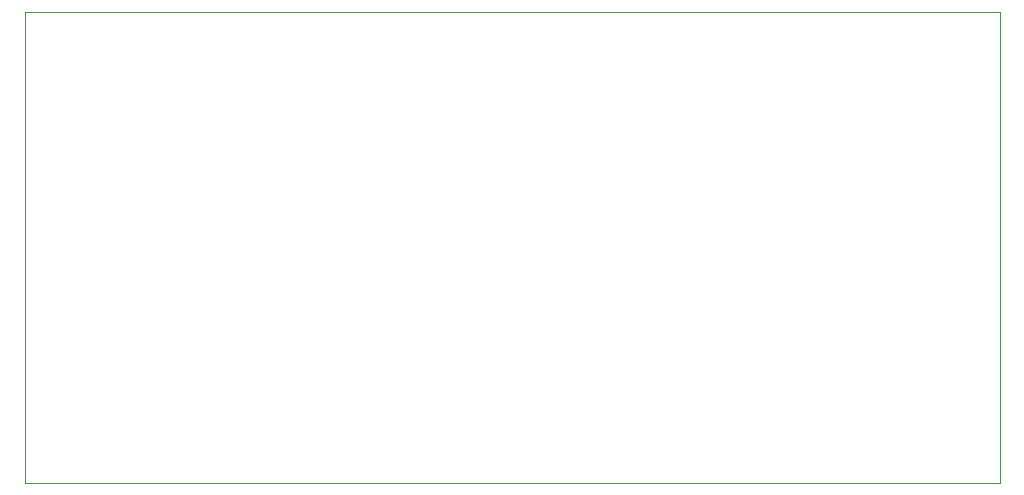
<source format=gbr>
%TF.GenerationSoftware,KiCad,Pcbnew,(5.1.8)-1*%
%TF.CreationDate,2021-03-07T23:02:04+01:00*%
%TF.ProjectId,Telemetry_receiver,54656c65-6d65-4747-9279-5f7265636569,rev?*%
%TF.SameCoordinates,Original*%
%TF.FileFunction,Profile,NP*%
%FSLAX46Y46*%
G04 Gerber Fmt 4.6, Leading zero omitted, Abs format (unit mm)*
G04 Created by KiCad (PCBNEW (5.1.8)-1) date 2021-03-07 23:02:04*
%MOMM*%
%LPD*%
G01*
G04 APERTURE LIST*
%TA.AperFunction,Profile*%
%ADD10C,0.050000*%
%TD*%
G04 APERTURE END LIST*
D10*
X125730000Y-124460000D02*
X125730000Y-84582000D01*
X208280000Y-124460000D02*
X125730000Y-124460000D01*
X208280000Y-84582000D02*
X208280000Y-124460000D01*
X125730000Y-84582000D02*
X208280000Y-84582000D01*
M02*

</source>
